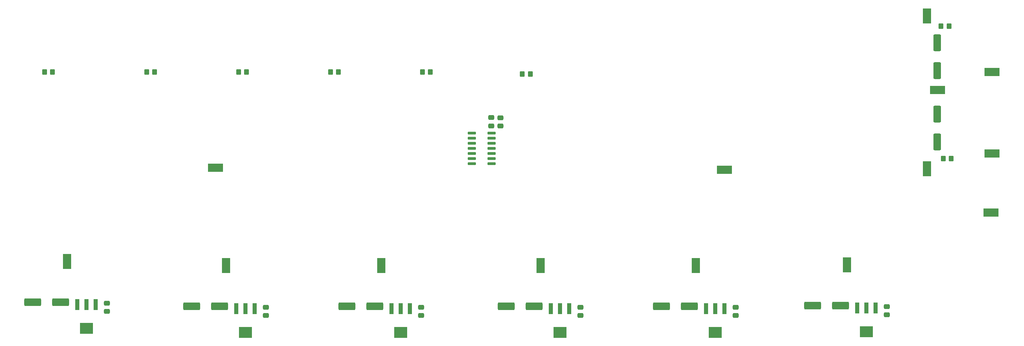
<source format=gbr>
%TF.GenerationSoftware,KiCad,Pcbnew,7.0.9*%
%TF.CreationDate,2023-12-09T12:48:13-06:00*%
%TF.ProjectId,ShutterDriver,53687574-7465-4724-9472-697665722e6b,1*%
%TF.SameCoordinates,Original*%
%TF.FileFunction,Paste,Top*%
%TF.FilePolarity,Positive*%
%FSLAX46Y46*%
G04 Gerber Fmt 4.6, Leading zero omitted, Abs format (unit mm)*
G04 Created by KiCad (PCBNEW 7.0.9) date 2023-12-09 12:48:13*
%MOMM*%
%LPD*%
G01*
G04 APERTURE LIST*
G04 Aperture macros list*
%AMRoundRect*
0 Rectangle with rounded corners*
0 $1 Rounding radius*
0 $2 $3 $4 $5 $6 $7 $8 $9 X,Y pos of 4 corners*
0 Add a 4 corners polygon primitive as box body*
4,1,4,$2,$3,$4,$5,$6,$7,$8,$9,$2,$3,0*
0 Add four circle primitives for the rounded corners*
1,1,$1+$1,$2,$3*
1,1,$1+$1,$4,$5*
1,1,$1+$1,$6,$7*
1,1,$1+$1,$8,$9*
0 Add four rect primitives between the rounded corners*
20,1,$1+$1,$2,$3,$4,$5,0*
20,1,$1+$1,$4,$5,$6,$7,0*
20,1,$1+$1,$6,$7,$8,$9,0*
20,1,$1+$1,$8,$9,$2,$3,0*%
G04 Aperture macros list end*
%ADD10RoundRect,0.250000X1.825000X0.700000X-1.825000X0.700000X-1.825000X-0.700000X1.825000X-0.700000X0*%
%ADD11RoundRect,0.250000X0.475000X-0.337500X0.475000X0.337500X-0.475000X0.337500X-0.475000X-0.337500X0*%
%ADD12RoundRect,0.250000X0.700000X-1.825000X0.700000X1.825000X-0.700000X1.825000X-0.700000X-1.825000X0*%
%ADD13RoundRect,0.250000X-0.700000X1.825000X-0.700000X-1.825000X0.700000X-1.825000X0.700000X1.825000X0*%
%ADD14R,3.800000X2.000000*%
%ADD15RoundRect,0.250000X0.350000X0.450000X-0.350000X0.450000X-0.350000X-0.450000X0.350000X-0.450000X0*%
%ADD16R,1.000000X2.700000*%
%ADD17R,3.300001X2.700000*%
%ADD18RoundRect,0.250000X-0.350000X-0.450000X0.350000X-0.450000X0.350000X0.450000X-0.350000X0.450000X0*%
%ADD19RoundRect,0.250000X-0.475000X0.337500X-0.475000X-0.337500X0.475000X-0.337500X0.475000X0.337500X0*%
%ADD20R,2.000000X3.800000*%
%ADD21RoundRect,0.090000X-0.895000X-0.210000X0.895000X-0.210000X0.895000X0.210000X-0.895000X0.210000X0*%
G04 APERTURE END LIST*
D10*
%TO.C,C15*%
X114854000Y-140589000D03*
X107904000Y-140589000D03*
%TD*%
D11*
%TO.C,C7*%
X143829000Y-95631000D03*
X143829000Y-93556000D03*
%TD*%
D12*
%TO.C,C12*%
X254716000Y-99614000D03*
X254716000Y-92664000D03*
%TD*%
D10*
%TO.C,C19*%
X154478000Y-140589000D03*
X147528000Y-140589000D03*
%TD*%
D13*
%TO.C,C22*%
X254716000Y-74884000D03*
X254716000Y-81834000D03*
%TD*%
D14*
%TO.C,GND3*%
X201803000Y-106553000D03*
%TD*%
D11*
%TO.C,C8*%
X146115000Y-95652500D03*
X146115000Y-93577500D03*
%TD*%
D15*
%TO.C,FB1*%
X258191000Y-103759000D03*
X256191000Y-103759000D03*
%TD*%
D16*
%TO.C,U11*%
X163209000Y-141195001D03*
X160909000Y-141195001D03*
X158609000Y-141195001D03*
D17*
X160909000Y-147095002D03*
%TD*%
D18*
%TO.C,R12*%
X80931000Y-82169000D03*
X82931000Y-82169000D03*
%TD*%
D19*
%TO.C,C16*%
X165989000Y-140843000D03*
X165989000Y-142918000D03*
%TD*%
D16*
%TO.C,U8*%
X45434000Y-140179001D03*
X43134000Y-140179001D03*
X40834000Y-140179001D03*
D17*
X43134000Y-146079002D03*
%TD*%
D10*
%TO.C,C14*%
X76246000Y-140589000D03*
X69296000Y-140589000D03*
%TD*%
%TO.C,C13*%
X36703000Y-139573000D03*
X29753000Y-139573000D03*
%TD*%
D20*
%TO.C,12V_FILTERED1*%
X252176000Y-106299000D03*
%TD*%
D16*
%TO.C,U10*%
X123585000Y-141195001D03*
X121285000Y-141195001D03*
X118985000Y-141195001D03*
D17*
X121285000Y-147095002D03*
%TD*%
D18*
%TO.C,R10*%
X126651000Y-82169000D03*
X128651000Y-82169000D03*
%TD*%
D20*
%TO.C,5V_FILTERED1*%
X252176000Y-68199000D03*
%TD*%
D14*
%TO.C,5V_RAW1*%
X268351000Y-82169000D03*
%TD*%
D20*
%TO.C,10V_3*%
X116459000Y-130429000D03*
%TD*%
D16*
%TO.C,U12*%
X201817000Y-141195001D03*
X199517000Y-141195001D03*
X197217000Y-141195001D03*
D17*
X199517000Y-147095002D03*
%TD*%
D15*
%TO.C,R8*%
X153511000Y-82677000D03*
X151511000Y-82677000D03*
%TD*%
D21*
%TO.C,U7*%
X138941000Y-97409000D03*
X138941000Y-98679000D03*
X138941000Y-99949000D03*
X138941000Y-101219000D03*
X138941000Y-102489000D03*
X138941000Y-103759000D03*
X138941000Y-105029000D03*
X143891000Y-105029000D03*
X143891000Y-103759000D03*
X143891000Y-102489000D03*
X143891000Y-101219000D03*
X143891000Y-99949000D03*
X143891000Y-98679000D03*
X143891000Y-97409000D03*
%TD*%
D19*
%TO.C,C18*%
X242189000Y-140652500D03*
X242189000Y-142727500D03*
%TD*%
D20*
%TO.C,10V_5*%
X194691000Y-130429000D03*
%TD*%
D14*
%TO.C,GND1*%
X254742858Y-86625798D03*
%TD*%
D10*
%TO.C,C21*%
X230678000Y-140398500D03*
X223728000Y-140398500D03*
%TD*%
D20*
%TO.C,10V_6*%
X232283000Y-130238500D03*
%TD*%
%TO.C,10V_1*%
X38308000Y-129413000D03*
%TD*%
D19*
%TO.C,C9*%
X48214000Y-139827000D03*
X48214000Y-141902000D03*
%TD*%
D18*
%TO.C,R7*%
X58071000Y-82169000D03*
X60071000Y-82169000D03*
%TD*%
D14*
%TO.C,12V_RAW1*%
X268351000Y-102489000D03*
%TD*%
D18*
%TO.C,R11*%
X32671000Y-82169000D03*
X34671000Y-82169000D03*
%TD*%
D14*
%TO.C,GND4*%
X75184000Y-106045000D03*
%TD*%
D10*
%TO.C,C20*%
X193086000Y-140589000D03*
X186136000Y-140589000D03*
%TD*%
D19*
%TO.C,C10*%
X87757000Y-140843000D03*
X87757000Y-142918000D03*
%TD*%
D18*
%TO.C,R9*%
X103791000Y-82169000D03*
X105791000Y-82169000D03*
%TD*%
D16*
%TO.C,U9*%
X84977000Y-141195001D03*
X82677000Y-141195001D03*
X80377000Y-141195001D03*
D17*
X82677000Y-147095002D03*
%TD*%
D14*
%TO.C,GND2*%
X268097000Y-117221000D03*
%TD*%
D20*
%TO.C,10V_4*%
X156083000Y-130429000D03*
%TD*%
D19*
%TO.C,C17*%
X204597000Y-140843000D03*
X204597000Y-142918000D03*
%TD*%
D15*
%TO.C,FB2*%
X257651000Y-70739000D03*
X255651000Y-70739000D03*
%TD*%
D20*
%TO.C,10V_2*%
X77851000Y-130429000D03*
%TD*%
D19*
%TO.C,C11*%
X126365000Y-140843000D03*
X126365000Y-142918000D03*
%TD*%
D16*
%TO.C,U13*%
X239409000Y-141004501D03*
X237109000Y-141004501D03*
X234809000Y-141004501D03*
D17*
X237109000Y-146904502D03*
%TD*%
M02*

</source>
